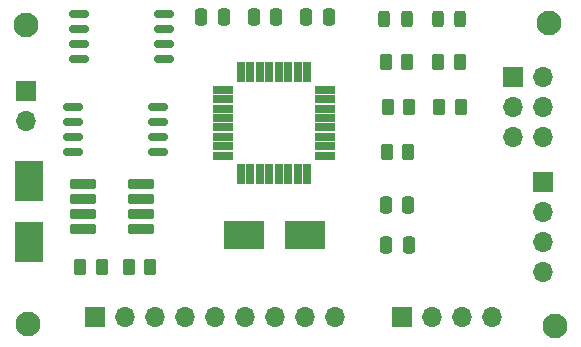
<source format=gbr>
%TF.GenerationSoftware,KiCad,Pcbnew,9.0.0*%
%TF.CreationDate,2025-05-30T17:35:02+05:30*%
%TF.ProjectId,MCU datalogger,4d435520-6461-4746-916c-6f676765722e,1*%
%TF.SameCoordinates,Original*%
%TF.FileFunction,Soldermask,Top*%
%TF.FilePolarity,Negative*%
%FSLAX46Y46*%
G04 Gerber Fmt 4.6, Leading zero omitted, Abs format (unit mm)*
G04 Created by KiCad (PCBNEW 9.0.0) date 2025-05-30 17:35:02*
%MOMM*%
%LPD*%
G01*
G04 APERTURE LIST*
G04 Aperture macros list*
%AMRoundRect*
0 Rectangle with rounded corners*
0 $1 Rounding radius*
0 $2 $3 $4 $5 $6 $7 $8 $9 X,Y pos of 4 corners*
0 Add a 4 corners polygon primitive as box body*
4,1,4,$2,$3,$4,$5,$6,$7,$8,$9,$2,$3,0*
0 Add four circle primitives for the rounded corners*
1,1,$1+$1,$2,$3*
1,1,$1+$1,$4,$5*
1,1,$1+$1,$6,$7*
1,1,$1+$1,$8,$9*
0 Add four rect primitives between the rounded corners*
20,1,$1+$1,$2,$3,$4,$5,0*
20,1,$1+$1,$4,$5,$6,$7,0*
20,1,$1+$1,$6,$7,$8,$9,0*
20,1,$1+$1,$8,$9,$2,$3,0*%
G04 Aperture macros list end*
%ADD10C,2.100000*%
%ADD11RoundRect,0.250000X-0.250000X-0.475000X0.250000X-0.475000X0.250000X0.475000X-0.250000X0.475000X0*%
%ADD12RoundRect,0.243750X-0.243750X-0.456250X0.243750X-0.456250X0.243750X0.456250X-0.243750X0.456250X0*%
%ADD13RoundRect,0.102000X-0.750000X-0.275000X0.750000X-0.275000X0.750000X0.275000X-0.750000X0.275000X0*%
%ADD14RoundRect,0.102000X-0.275000X-0.750000X0.275000X-0.750000X0.275000X0.750000X-0.275000X0.750000X0*%
%ADD15R,2.400000X3.500000*%
%ADD16R,3.500000X2.400000*%
%ADD17RoundRect,0.250000X0.262500X0.450000X-0.262500X0.450000X-0.262500X-0.450000X0.262500X-0.450000X0*%
%ADD18RoundRect,0.250000X0.250000X0.475000X-0.250000X0.475000X-0.250000X-0.475000X0.250000X-0.475000X0*%
%ADD19R,1.700000X1.700000*%
%ADD20O,1.700000X1.700000*%
%ADD21RoundRect,0.250000X-0.262500X-0.450000X0.262500X-0.450000X0.262500X0.450000X-0.262500X0.450000X0*%
%ADD22RoundRect,0.243750X0.243750X0.456250X-0.243750X0.456250X-0.243750X-0.456250X0.243750X-0.456250X0*%
%ADD23RoundRect,0.162500X-0.650000X-0.162500X0.650000X-0.162500X0.650000X0.162500X-0.650000X0.162500X0*%
%ADD24RoundRect,0.099250X-0.987750X-0.297750X0.987750X-0.297750X0.987750X0.297750X-0.987750X0.297750X0*%
G04 APERTURE END LIST*
D10*
%TO.C,H2*%
X65836800Y-88925400D03*
%TD*%
D11*
%TO.C,C5*%
X89540000Y-88265000D03*
X91440000Y-88265000D03*
%TD*%
D12*
%TO.C,D2*%
X96169000Y-88392000D03*
X98044000Y-88392000D03*
%TD*%
D10*
%TO.C,H1*%
X65989200Y-114274600D03*
%TD*%
%TO.C,H3*%
X110100000Y-88790000D03*
%TD*%
%TO.C,H4*%
X110566200Y-114452400D03*
%TD*%
D13*
%TO.C,U4*%
X82514000Y-94416371D03*
X82514000Y-95216371D03*
X82514000Y-96016371D03*
X82514000Y-96816371D03*
X82514000Y-97616371D03*
X82514000Y-98416371D03*
X82514000Y-99216371D03*
X82514000Y-100016371D03*
D14*
X84014000Y-101516371D03*
X84814000Y-101516371D03*
X85614000Y-101516371D03*
X86414000Y-101516371D03*
X87214000Y-101516371D03*
X88014000Y-101516371D03*
X88814000Y-101516371D03*
X89614000Y-101516371D03*
D13*
X91114000Y-100016371D03*
X91114000Y-99216371D03*
X91114000Y-98416371D03*
X91114000Y-97616371D03*
X91114000Y-96816371D03*
X91114000Y-96016371D03*
X91114000Y-95216371D03*
X91114000Y-94416371D03*
D14*
X89614000Y-92916371D03*
X88814000Y-92916371D03*
X88014000Y-92916371D03*
X87214000Y-92916371D03*
X86414000Y-92916371D03*
X85614000Y-92916371D03*
X84814000Y-92916371D03*
X84014000Y-92916371D03*
%TD*%
D15*
%TO.C,Y2*%
X66040000Y-107308000D03*
X66040000Y-102108000D03*
%TD*%
D16*
%TO.C,Y1*%
X89468000Y-106680000D03*
X84268000Y-106680000D03*
%TD*%
D17*
%TO.C,R1*%
X70421500Y-109410500D03*
X72246500Y-109410500D03*
%TD*%
D18*
%TO.C,C4*%
X96332000Y-107594400D03*
X98232000Y-107594400D03*
%TD*%
D17*
%TO.C,R4*%
X98251000Y-95885000D03*
X96426000Y-95885000D03*
%TD*%
%TO.C,R3*%
X98171000Y-99695000D03*
X96346000Y-99695000D03*
%TD*%
D19*
%TO.C,J1*%
X109601000Y-102235000D03*
D20*
X109601000Y-104775000D03*
X109601000Y-107315000D03*
X109601000Y-109855000D03*
%TD*%
D19*
%TO.C,J4*%
X107061000Y-93345000D03*
D20*
X109601000Y-93345000D03*
X107061000Y-95885000D03*
X109601000Y-95885000D03*
X107061000Y-98425000D03*
X109601000Y-98425000D03*
%TD*%
D11*
%TO.C,C1*%
X80650000Y-88265000D03*
X82550000Y-88265000D03*
%TD*%
D21*
%TO.C,R5*%
X100711000Y-92075000D03*
X102536000Y-92075000D03*
%TD*%
D22*
%TO.C,D1*%
X102537500Y-88392000D03*
X100662500Y-88392000D03*
%TD*%
D19*
%TO.C,J2*%
X97647600Y-113639600D03*
D20*
X100187600Y-113639600D03*
X102727600Y-113639600D03*
X105267600Y-113639600D03*
%TD*%
D11*
%TO.C,C3*%
X85090000Y-88265000D03*
X86990000Y-88265000D03*
%TD*%
D23*
%TO.C,U1*%
X69780597Y-95885000D03*
X69780597Y-97155000D03*
X69780597Y-98425000D03*
X69780597Y-99695000D03*
X76955597Y-99695000D03*
X76955597Y-98425000D03*
X76955597Y-97155000D03*
X76955597Y-95885000D03*
%TD*%
D21*
%TO.C,R7*%
X96266000Y-92075000D03*
X98091000Y-92075000D03*
%TD*%
D23*
%TO.C,U2*%
X70288597Y-88011000D03*
X70288597Y-89281000D03*
X70288597Y-90551000D03*
X70288597Y-91821000D03*
X77463597Y-91821000D03*
X77463597Y-90551000D03*
X77463597Y-89281000D03*
X77463597Y-88011000D03*
%TD*%
D17*
%TO.C,R2*%
X76334000Y-109410500D03*
X74509000Y-109410500D03*
%TD*%
D19*
%TO.C,J3*%
X71628000Y-113690400D03*
D20*
X74168000Y-113690400D03*
X76708000Y-113690400D03*
X79248000Y-113690400D03*
X81788000Y-113690400D03*
X84328000Y-113690400D03*
X86868000Y-113690400D03*
X89408000Y-113690400D03*
X91948000Y-113690400D03*
%TD*%
D24*
%TO.C,U3*%
X70612000Y-102362000D03*
X70612000Y-103632000D03*
X70612000Y-104902000D03*
X70612000Y-106172000D03*
X75562000Y-106172000D03*
X75562000Y-104902000D03*
X75562000Y-103632000D03*
X75562000Y-102362000D03*
%TD*%
D21*
%TO.C,R6*%
X100791000Y-95885000D03*
X102616000Y-95885000D03*
%TD*%
D18*
%TO.C,C2*%
X98166000Y-104140000D03*
X96266000Y-104140000D03*
%TD*%
D19*
%TO.C,BT1*%
X65786000Y-94564200D03*
D20*
X65786000Y-97104200D03*
%TD*%
M02*

</source>
